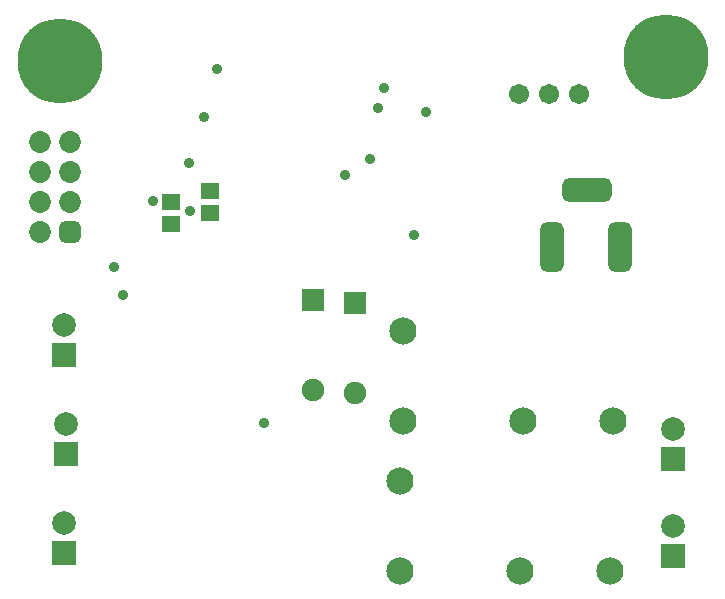
<source format=gbs>
G04*
G04 #@! TF.GenerationSoftware,Altium Limited,Altium Designer,24.3.1 (35)*
G04*
G04 Layer_Color=16711935*
%FSLAX44Y44*%
%MOMM*%
G71*
G04*
G04 #@! TF.SameCoordinates,D3E0E713-3D92-444F-8C26-48F8A9162C24*
G04*
G04*
G04 #@! TF.FilePolarity,Negative*
G04*
G01*
G75*
%ADD36R,1.5532X1.3532*%
%ADD49C,1.9032*%
%ADD50R,1.9032X1.9032*%
%ADD51C,2.0032*%
%ADD52R,2.0032X2.0032*%
%ADD53C,2.3032*%
%ADD54C,1.7032*%
G04:AMPARAMS|DCode=55|XSize=4.2032mm|YSize=2.0032mm|CornerRadius=0.5516mm|HoleSize=0mm|Usage=FLASHONLY|Rotation=0.000|XOffset=0mm|YOffset=0mm|HoleType=Round|Shape=RoundedRectangle|*
%AMROUNDEDRECTD55*
21,1,4.2032,0.9000,0,0,0.0*
21,1,3.1000,2.0032,0,0,0.0*
1,1,1.1032,1.5500,-0.4500*
1,1,1.1032,-1.5500,-0.4500*
1,1,1.1032,-1.5500,0.4500*
1,1,1.1032,1.5500,0.4500*
%
%ADD55ROUNDEDRECTD55*%
G04:AMPARAMS|DCode=56|XSize=4.2032mm|YSize=2.0032mm|CornerRadius=0.5516mm|HoleSize=0mm|Usage=FLASHONLY|Rotation=270.000|XOffset=0mm|YOffset=0mm|HoleType=Round|Shape=RoundedRectangle|*
%AMROUNDEDRECTD56*
21,1,4.2032,0.9000,0,0,270.0*
21,1,3.1000,2.0032,0,0,270.0*
1,1,1.1032,-0.4500,-1.5500*
1,1,1.1032,-0.4500,1.5500*
1,1,1.1032,0.4500,1.5500*
1,1,1.1032,0.4500,-1.5500*
%
%ADD56ROUNDEDRECTD56*%
%ADD57C,7.2032*%
%ADD58C,1.8532*%
G04:AMPARAMS|DCode=59|XSize=1.8532mm|YSize=1.8532mm|CornerRadius=0.5141mm|HoleSize=0mm|Usage=FLASHONLY|Rotation=90.000|XOffset=0mm|YOffset=0mm|HoleType=Round|Shape=RoundedRectangle|*
%AMROUNDEDRECTD59*
21,1,1.8532,0.8250,0,0,90.0*
21,1,0.8250,1.8532,0,0,90.0*
1,1,1.0282,0.4125,0.4125*
1,1,1.0282,0.4125,-0.4125*
1,1,1.0282,-0.4125,-0.4125*
1,1,1.0282,-0.4125,0.4125*
%
%ADD59ROUNDEDRECTD59*%
%ADD60C,0.9032*%
D36*
X168910Y343260D02*
D03*
Y324760D02*
D03*
X135890Y334370D02*
D03*
Y315870D02*
D03*
D49*
X256540Y175260D02*
D03*
X292100Y172720D02*
D03*
D50*
X256540Y251460D02*
D03*
X292100Y248920D02*
D03*
D51*
X561340Y142240D02*
D03*
X45720Y229870D02*
D03*
X561340Y59690D02*
D03*
X46990Y146050D02*
D03*
X45720Y62230D02*
D03*
D52*
X561340Y116840D02*
D03*
X45720Y204470D02*
D03*
X561340Y34290D02*
D03*
X46990Y120650D02*
D03*
X45720Y36830D02*
D03*
D53*
X330200Y21590D02*
D03*
X431800D02*
D03*
X508000D02*
D03*
X330200Y97790D02*
D03*
X332740Y148590D02*
D03*
X434340D02*
D03*
X510540D02*
D03*
X332740Y224790D02*
D03*
D54*
X455930Y425450D02*
D03*
X430530D02*
D03*
X481330D02*
D03*
D55*
X488470Y343910D02*
D03*
D56*
X516470Y295910D02*
D03*
X458470D02*
D03*
D57*
X554990Y457200D02*
D03*
X41910Y453390D02*
D03*
D58*
X25400Y334010D02*
D03*
X50800D02*
D03*
X25400Y308610D02*
D03*
X50800Y359410D02*
D03*
Y384810D02*
D03*
X25400Y359410D02*
D03*
Y384810D02*
D03*
D59*
X50800Y308610D02*
D03*
D60*
X311150Y414020D02*
D03*
X341630Y306070D02*
D03*
X351790Y410210D02*
D03*
X304800Y370840D02*
D03*
X214630Y147320D02*
D03*
X95250Y255270D02*
D03*
X283210Y356870D02*
D03*
X316230Y430530D02*
D03*
X152400Y326390D02*
D03*
X120650Y335280D02*
D03*
X175260Y447040D02*
D03*
X87630Y279400D02*
D03*
X163830Y406400D02*
D03*
X151130Y367030D02*
D03*
X554990Y484700D02*
D03*
X574990Y477200D02*
D03*
X582490Y457200D02*
D03*
X574990Y437200D02*
D03*
X554990Y429700D02*
D03*
X534990Y437200D02*
D03*
X527490Y457200D02*
D03*
X534990Y477200D02*
D03*
X41910Y480890D02*
D03*
X61910Y473390D02*
D03*
X69410Y453390D02*
D03*
X61910Y433390D02*
D03*
X41910Y425890D02*
D03*
X21910Y433390D02*
D03*
X14410Y453390D02*
D03*
X21910Y473390D02*
D03*
M02*

</source>
